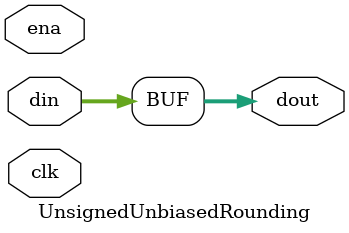
<source format=sv>

module UnsignedUnbiasedRounding #(
    parameter int DATA_WIDTH_IN  = 0,
    parameter int DATA_WIDTH_OUT = 0
)
(
    input  logic clk, ena,
    input  logic unsigned [DATA_WIDTH_IN-1 :0] din,
    output logic unsigned [DATA_WIDTH_OUT-1:0] dout
);

    localparam int                              FRACWIDTH   = DATA_WIDTH_IN-DATA_WIDTH_OUT;
    localparam unsigned [DATA_WIDTH_OUT-1:0]    MAXVAL      = {1'b0, {(DATA_WIDTH_OUT-1){1'b1}}};
    localparam unsigned [DATA_WIDTH_OUT-1:0]    MINVAL      = {1'b1, {(DATA_WIDTH_OUT-1){1'b0}}};
    localparam unsigned [FRACWIDTH-1:0]         FRAC05      = 1 << (FRACWIDTH-1);

    generate
        if (FRACWIDTH > 0) begin : gen_frac
            logic unsigned [DATA_WIDTH_OUT-1:0] d_rounded;

            always_comb begin
                // Unbiased rounding ============================
                // Round-half-to-even
                logic round_up;

                d_rounded = din[DATA_WIDTH_IN-1:FRACWIDTH];
                round_up  = (din[FRACWIDTH-1:0] > FRAC05) ||
                            ((din[FRACWIDTH-1:0] == FRAC05) && d_rounded[0]);
                d_rounded = d_rounded + round_up;

                //Truncate ======================================
                if (din[DATA_WIDTH_IN-1] != d_rounded[DATA_WIDTH_OUT-1])
                    d_rounded = (din[DATA_WIDTH_IN-1] == 0) ? MAXVAL : MINVAL;
            end

            always_ff @(posedge clk) begin
                if (ena) begin
                    dout <= d_rounded;
                end
            end
        end


        else begin : gen_pass_throught
            assign dout = din;
        end
    endgenerate

endmodule

</source>
